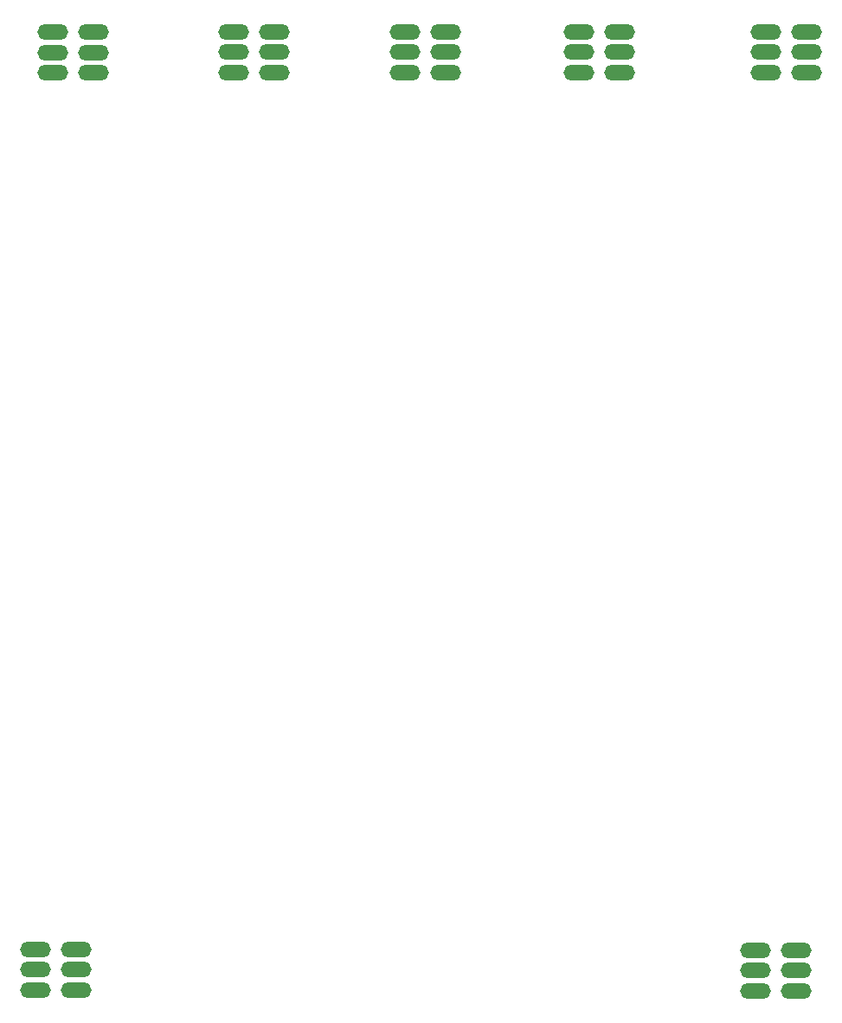
<source format=gbr>
G04 #@! TF.GenerationSoftware,KiCad,Pcbnew,5.1.5+dfsg1-2build2*
G04 #@! TF.CreationDate,2020-06-26T22:01:47+02:00*
G04 #@! TF.ProjectId,robo-car,726f626f-2d63-4617-922e-6b696361645f,rev?*
G04 #@! TF.SameCoordinates,Original*
G04 #@! TF.FileFunction,Paste,Top*
G04 #@! TF.FilePolarity,Positive*
%FSLAX46Y46*%
G04 Gerber Fmt 4.6, Leading zero omitted, Abs format (unit mm)*
G04 Created by KiCad (PCBNEW 5.1.5+dfsg1-2build2) date 2020-06-26 22:01:47*
%MOMM*%
%LPD*%
G04 APERTURE LIST*
%ADD10O,3.000000X1.500000*%
G04 APERTURE END LIST*
D10*
X4572000Y-3112000D03*
X4572000Y-5112000D03*
X4572000Y-7112000D03*
X8572000Y-3112000D03*
X8572000Y-5112000D03*
X8572000Y-7112000D03*
X26257000Y-7080000D03*
X26257000Y-5080000D03*
X26257000Y-3080000D03*
X22257000Y-7080000D03*
X22257000Y-5080000D03*
X22257000Y-3080000D03*
X39000000Y-3080000D03*
X39000000Y-5080000D03*
X39000000Y-7080000D03*
X43000000Y-3080000D03*
X43000000Y-5080000D03*
X43000000Y-7080000D03*
X60039000Y-7080000D03*
X60039000Y-5080000D03*
X60039000Y-3080000D03*
X56039000Y-7080000D03*
X56039000Y-5080000D03*
X56039000Y-3080000D03*
X78327000Y-7080000D03*
X78327000Y-5080000D03*
X78327000Y-3080000D03*
X74327000Y-7080000D03*
X74327000Y-5080000D03*
X74327000Y-3080000D03*
X77311000Y-96996000D03*
X77311000Y-94996000D03*
X77311000Y-92996000D03*
X73311000Y-96996000D03*
X73311000Y-94996000D03*
X73311000Y-92996000D03*
X2858000Y-92901000D03*
X2858000Y-94901000D03*
X2858000Y-96901000D03*
X6858000Y-92901000D03*
X6858000Y-94901000D03*
X6858000Y-96901000D03*
M02*

</source>
